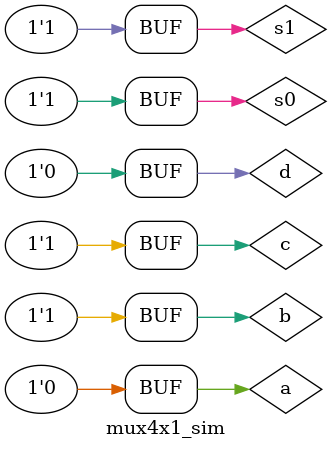
<source format=v>
module mux4x1_sim (
    
);
    reg a=0,b=1,c=1,d=0,s0=0,s1=0;
    wire y;
    mux4x1 u(a,b,c,d,s0,s1,y);
    initial begin
        #200 s1=1;
        #200 begin
            s0=1;s1=0;

        end
        #200 s1=1;
    end
endmodule
</source>
